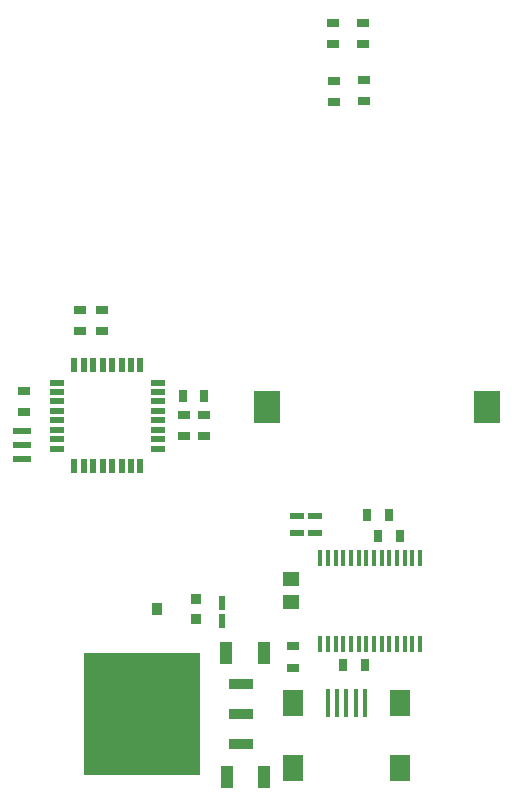
<source format=gtp>
G75*
G70*
%OFA0B0*%
%FSLAX24Y24*%
%IPPOS*%
%LPD*%
%AMOC8*
5,1,8,0,0,1.08239X$1,22.5*
%
%ADD10R,0.0478X0.0198*%
%ADD11R,0.0198X0.0478*%
%ADD12R,0.0441X0.0283*%
%ADD13R,0.0642X0.0248*%
%ADD14R,0.0283X0.0441*%
%ADD15R,0.0177X0.0964*%
%ADD16R,0.0709X0.0906*%
%ADD17R,0.0117X0.0530*%
%ADD18R,0.0886X0.1083*%
%ADD19R,0.0319X0.0358*%
%ADD20R,0.0319X0.0398*%
%ADD21R,0.0475X0.0225*%
%ADD22R,0.0808X0.0378*%
%ADD23R,0.3898X0.4052*%
%ADD24R,0.0425X0.0740*%
%ADD25R,0.0225X0.0475*%
%ADD26R,0.0539X0.0461*%
D10*
X011725Y020302D03*
X011725Y020617D03*
X011725Y020932D03*
X011725Y021247D03*
X011725Y021562D03*
X011725Y021877D03*
X011725Y022192D03*
X011725Y022507D03*
X015105Y022507D03*
X015105Y022192D03*
X015105Y021877D03*
X015105Y021562D03*
X015105Y021247D03*
X015105Y020932D03*
X015105Y020617D03*
X015105Y020302D03*
D11*
X014518Y019715D03*
X014203Y019715D03*
X013888Y019715D03*
X013573Y019715D03*
X013258Y019715D03*
X012943Y019715D03*
X012628Y019715D03*
X012313Y019715D03*
X012313Y023095D03*
X012628Y023095D03*
X012943Y023095D03*
X013258Y023095D03*
X013573Y023095D03*
X013888Y023095D03*
X014203Y023095D03*
X014518Y023095D03*
D12*
X013252Y024216D03*
X013252Y024925D03*
X012500Y024922D03*
X012500Y024213D03*
X010641Y022233D03*
X010641Y021524D03*
X015961Y021433D03*
X016641Y021423D03*
X016641Y020714D03*
X015961Y020724D03*
X019602Y013716D03*
X019602Y013007D03*
X020984Y031863D03*
X020984Y032572D03*
X021972Y032600D03*
X021972Y031891D03*
X021941Y033777D03*
X021941Y034486D03*
X020942Y034485D03*
X020942Y033776D03*
D13*
X010565Y020908D03*
X010565Y020436D03*
X010565Y019963D03*
D14*
X015937Y022069D03*
X016646Y022069D03*
X022080Y018095D03*
X022453Y017397D03*
X022789Y018095D03*
X023162Y017397D03*
X021996Y013079D03*
X021287Y013079D03*
D15*
X021387Y011837D03*
X021072Y011837D03*
X020758Y011837D03*
X021702Y011837D03*
X022017Y011837D03*
D16*
X023159Y011837D03*
X023159Y009671D03*
X019616Y009671D03*
X019616Y011837D03*
D17*
X020514Y013783D03*
X020770Y013783D03*
X021026Y013783D03*
X021282Y013783D03*
X021538Y013783D03*
X021794Y013783D03*
X022049Y013783D03*
X022305Y013783D03*
X022561Y013783D03*
X022817Y013783D03*
X023073Y013783D03*
X023329Y013783D03*
X023585Y013783D03*
X023841Y013783D03*
X023841Y016662D03*
X023585Y016662D03*
X023329Y016662D03*
X023073Y016662D03*
X022817Y016662D03*
X022561Y016662D03*
X022305Y016662D03*
X022049Y016662D03*
X021794Y016662D03*
X021538Y016662D03*
X021282Y016662D03*
X021026Y016662D03*
X020770Y016662D03*
X020514Y016662D03*
D18*
X018734Y021693D03*
X026057Y021693D03*
D19*
X016377Y015299D03*
X016377Y014630D03*
D20*
X015078Y014965D03*
D21*
X019740Y017481D03*
X019737Y018053D03*
X020337Y018053D03*
X020340Y017481D03*
D22*
X017867Y012445D03*
X017867Y011445D03*
X017867Y010445D03*
D23*
X014587Y011445D03*
D24*
X017386Y013505D03*
X018645Y013505D03*
X018650Y009369D03*
X017391Y009369D03*
D25*
X017245Y014543D03*
X017245Y015143D03*
D26*
X019551Y015205D03*
X019551Y015953D03*
M02*

</source>
